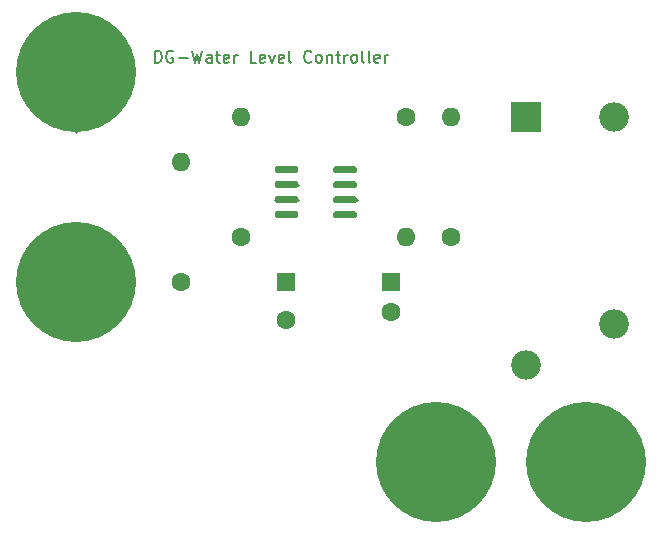
<source format=gtl>
%TF.GenerationSoftware,KiCad,Pcbnew,(5.1.9)-1*%
%TF.CreationDate,2021-03-21T23:44:43+05:30*%
%TF.ProjectId,Water Level Controller using 555,57617465-7220-44c6-9576-656c20436f6e,rev?*%
%TF.SameCoordinates,Original*%
%TF.FileFunction,Copper,L1,Top*%
%TF.FilePolarity,Positive*%
%FSLAX46Y46*%
G04 Gerber Fmt 4.6, Leading zero omitted, Abs format (unit mm)*
G04 Created by KiCad (PCBNEW (5.1.9)-1) date 2021-03-21 23:44:43*
%MOMM*%
%LPD*%
G01*
G04 APERTURE LIST*
%TA.AperFunction,NonConductor*%
%ADD10C,0.150000*%
%TD*%
%TA.AperFunction,ComponentPad*%
%ADD11R,2.500000X2.500000*%
%TD*%
%TA.AperFunction,ComponentPad*%
%ADD12O,2.500000X2.500000*%
%TD*%
%TA.AperFunction,ComponentPad*%
%ADD13R,1.600000X1.600000*%
%TD*%
%TA.AperFunction,ComponentPad*%
%ADD14C,1.600000*%
%TD*%
%TA.AperFunction,ComponentPad*%
%ADD15C,10.160000*%
%TD*%
%TA.AperFunction,ComponentPad*%
%ADD16O,1.600000X1.600000*%
%TD*%
%TA.AperFunction,Conductor*%
%ADD17C,0.250000*%
%TD*%
G04 APERTURE END LIST*
D10*
X124810476Y-60142380D02*
X124810476Y-59142380D01*
X125048571Y-59142380D01*
X125191428Y-59190000D01*
X125286666Y-59285238D01*
X125334285Y-59380476D01*
X125381904Y-59570952D01*
X125381904Y-59713809D01*
X125334285Y-59904285D01*
X125286666Y-59999523D01*
X125191428Y-60094761D01*
X125048571Y-60142380D01*
X124810476Y-60142380D01*
X126334285Y-59190000D02*
X126239047Y-59142380D01*
X126096190Y-59142380D01*
X125953333Y-59190000D01*
X125858095Y-59285238D01*
X125810476Y-59380476D01*
X125762857Y-59570952D01*
X125762857Y-59713809D01*
X125810476Y-59904285D01*
X125858095Y-59999523D01*
X125953333Y-60094761D01*
X126096190Y-60142380D01*
X126191428Y-60142380D01*
X126334285Y-60094761D01*
X126381904Y-60047142D01*
X126381904Y-59713809D01*
X126191428Y-59713809D01*
X126810476Y-59761428D02*
X127572380Y-59761428D01*
X127953333Y-59142380D02*
X128191428Y-60142380D01*
X128381904Y-59428095D01*
X128572380Y-60142380D01*
X128810476Y-59142380D01*
X129620000Y-60142380D02*
X129620000Y-59618571D01*
X129572380Y-59523333D01*
X129477142Y-59475714D01*
X129286666Y-59475714D01*
X129191428Y-59523333D01*
X129620000Y-60094761D02*
X129524761Y-60142380D01*
X129286666Y-60142380D01*
X129191428Y-60094761D01*
X129143809Y-59999523D01*
X129143809Y-59904285D01*
X129191428Y-59809047D01*
X129286666Y-59761428D01*
X129524761Y-59761428D01*
X129620000Y-59713809D01*
X129953333Y-59475714D02*
X130334285Y-59475714D01*
X130096190Y-59142380D02*
X130096190Y-59999523D01*
X130143809Y-60094761D01*
X130239047Y-60142380D01*
X130334285Y-60142380D01*
X131048571Y-60094761D02*
X130953333Y-60142380D01*
X130762857Y-60142380D01*
X130667619Y-60094761D01*
X130620000Y-59999523D01*
X130620000Y-59618571D01*
X130667619Y-59523333D01*
X130762857Y-59475714D01*
X130953333Y-59475714D01*
X131048571Y-59523333D01*
X131096190Y-59618571D01*
X131096190Y-59713809D01*
X130620000Y-59809047D01*
X131524761Y-60142380D02*
X131524761Y-59475714D01*
X131524761Y-59666190D02*
X131572380Y-59570952D01*
X131620000Y-59523333D01*
X131715238Y-59475714D01*
X131810476Y-59475714D01*
X133381904Y-60142380D02*
X132905714Y-60142380D01*
X132905714Y-59142380D01*
X134096190Y-60094761D02*
X134000952Y-60142380D01*
X133810476Y-60142380D01*
X133715238Y-60094761D01*
X133667619Y-59999523D01*
X133667619Y-59618571D01*
X133715238Y-59523333D01*
X133810476Y-59475714D01*
X134000952Y-59475714D01*
X134096190Y-59523333D01*
X134143809Y-59618571D01*
X134143809Y-59713809D01*
X133667619Y-59809047D01*
X134477142Y-59475714D02*
X134715238Y-60142380D01*
X134953333Y-59475714D01*
X135715238Y-60094761D02*
X135620000Y-60142380D01*
X135429523Y-60142380D01*
X135334285Y-60094761D01*
X135286666Y-59999523D01*
X135286666Y-59618571D01*
X135334285Y-59523333D01*
X135429523Y-59475714D01*
X135620000Y-59475714D01*
X135715238Y-59523333D01*
X135762857Y-59618571D01*
X135762857Y-59713809D01*
X135286666Y-59809047D01*
X136334285Y-60142380D02*
X136239047Y-60094761D01*
X136191428Y-59999523D01*
X136191428Y-59142380D01*
X138048571Y-60047142D02*
X138000952Y-60094761D01*
X137858095Y-60142380D01*
X137762857Y-60142380D01*
X137620000Y-60094761D01*
X137524761Y-59999523D01*
X137477142Y-59904285D01*
X137429523Y-59713809D01*
X137429523Y-59570952D01*
X137477142Y-59380476D01*
X137524761Y-59285238D01*
X137620000Y-59190000D01*
X137762857Y-59142380D01*
X137858095Y-59142380D01*
X138000952Y-59190000D01*
X138048571Y-59237619D01*
X138620000Y-60142380D02*
X138524761Y-60094761D01*
X138477142Y-60047142D01*
X138429523Y-59951904D01*
X138429523Y-59666190D01*
X138477142Y-59570952D01*
X138524761Y-59523333D01*
X138620000Y-59475714D01*
X138762857Y-59475714D01*
X138858095Y-59523333D01*
X138905714Y-59570952D01*
X138953333Y-59666190D01*
X138953333Y-59951904D01*
X138905714Y-60047142D01*
X138858095Y-60094761D01*
X138762857Y-60142380D01*
X138620000Y-60142380D01*
X139381904Y-59475714D02*
X139381904Y-60142380D01*
X139381904Y-59570952D02*
X139429523Y-59523333D01*
X139524761Y-59475714D01*
X139667619Y-59475714D01*
X139762857Y-59523333D01*
X139810476Y-59618571D01*
X139810476Y-60142380D01*
X140143809Y-59475714D02*
X140524761Y-59475714D01*
X140286666Y-59142380D02*
X140286666Y-59999523D01*
X140334285Y-60094761D01*
X140429523Y-60142380D01*
X140524761Y-60142380D01*
X140858095Y-60142380D02*
X140858095Y-59475714D01*
X140858095Y-59666190D02*
X140905714Y-59570952D01*
X140953333Y-59523333D01*
X141048571Y-59475714D01*
X141143809Y-59475714D01*
X141620000Y-60142380D02*
X141524761Y-60094761D01*
X141477142Y-60047142D01*
X141429523Y-59951904D01*
X141429523Y-59666190D01*
X141477142Y-59570952D01*
X141524761Y-59523333D01*
X141620000Y-59475714D01*
X141762857Y-59475714D01*
X141858095Y-59523333D01*
X141905714Y-59570952D01*
X141953333Y-59666190D01*
X141953333Y-59951904D01*
X141905714Y-60047142D01*
X141858095Y-60094761D01*
X141762857Y-60142380D01*
X141620000Y-60142380D01*
X142524761Y-60142380D02*
X142429523Y-60094761D01*
X142381904Y-59999523D01*
X142381904Y-59142380D01*
X143048571Y-60142380D02*
X142953333Y-60094761D01*
X142905714Y-59999523D01*
X142905714Y-59142380D01*
X143810476Y-60094761D02*
X143715238Y-60142380D01*
X143524761Y-60142380D01*
X143429523Y-60094761D01*
X143381904Y-59999523D01*
X143381904Y-59618571D01*
X143429523Y-59523333D01*
X143524761Y-59475714D01*
X143715238Y-59475714D01*
X143810476Y-59523333D01*
X143858095Y-59618571D01*
X143858095Y-59713809D01*
X143381904Y-59809047D01*
X144286666Y-60142380D02*
X144286666Y-59475714D01*
X144286666Y-59666190D02*
X144334285Y-59570952D01*
X144381904Y-59523333D01*
X144477142Y-59475714D01*
X144572380Y-59475714D01*
D11*
%TO.P,K1,1*%
%TO.N,GND*%
X156210000Y-64770000D03*
D12*
%TO.P,K1,3*%
%TO.N,Net-(J4-Pad1)*%
X156210000Y-85770000D03*
%TO.P,K1,5*%
%TO.N,Net-(J3-Pad1)*%
X163710000Y-82270000D03*
%TO.P,K1,6*%
%TO.N,Net-(BZ1-Pad1)*%
X163710000Y-64770000D03*
%TD*%
D13*
%TO.P,BZ1,1*%
%TO.N,Net-(BZ1-Pad1)*%
X135890000Y-78740000D03*
D14*
%TO.P,BZ1,2*%
%TO.N,GND*%
X135890000Y-81940000D03*
%TD*%
D13*
%TO.P,C1,1*%
%TO.N,Net-(C1-Pad1)*%
X144780000Y-78740000D03*
D14*
%TO.P,C1,2*%
%TO.N,GND*%
X144780000Y-81240000D03*
%TD*%
D15*
%TO.P,J1,1*%
%TO.N,+5V*%
X118110000Y-60960000D03*
%TD*%
%TO.P,J2,1*%
%TO.N,Net-(J2-Pad1)*%
X118110000Y-78740000D03*
%TD*%
D14*
%TO.P,R1,1*%
%TO.N,Net-(J2-Pad1)*%
X127000000Y-78740000D03*
D16*
%TO.P,R1,2*%
%TO.N,GND*%
X127000000Y-68580000D03*
%TD*%
%TO.P,R2,2*%
%TO.N,Net-(R2-Pad2)*%
X146050000Y-74930000D03*
D14*
%TO.P,R2,1*%
%TO.N,+5V*%
X146050000Y-64770000D03*
%TD*%
%TO.P,R3,1*%
%TO.N,Net-(C1-Pad1)*%
X149860000Y-74930000D03*
D16*
%TO.P,R3,2*%
%TO.N,Net-(R2-Pad2)*%
X149860000Y-64770000D03*
%TD*%
%TO.P,R4,2*%
%TO.N,GND*%
X132080000Y-64770000D03*
D14*
%TO.P,R4,1*%
%TO.N,Net-(BZ1-Pad1)*%
X132080000Y-74930000D03*
%TD*%
%TO.P,U1,1*%
%TO.N,GND*%
%TA.AperFunction,SMDPad,CuDef*%
G36*
G01*
X134980000Y-69365000D02*
X134980000Y-69065000D01*
G75*
G02*
X135130000Y-68915000I150000J0D01*
G01*
X136780000Y-68915000D01*
G75*
G02*
X136930000Y-69065000I0J-150000D01*
G01*
X136930000Y-69365000D01*
G75*
G02*
X136780000Y-69515000I-150000J0D01*
G01*
X135130000Y-69515000D01*
G75*
G02*
X134980000Y-69365000I0J150000D01*
G01*
G37*
%TD.AperFunction*%
%TO.P,U1,2*%
%TO.N,Net-(C1-Pad1)*%
%TA.AperFunction,SMDPad,CuDef*%
G36*
G01*
X134980000Y-70635000D02*
X134980000Y-70335000D01*
G75*
G02*
X135130000Y-70185000I150000J0D01*
G01*
X136780000Y-70185000D01*
G75*
G02*
X136930000Y-70335000I0J-150000D01*
G01*
X136930000Y-70635000D01*
G75*
G02*
X136780000Y-70785000I-150000J0D01*
G01*
X135130000Y-70785000D01*
G75*
G02*
X134980000Y-70635000I0J150000D01*
G01*
G37*
%TD.AperFunction*%
%TO.P,U1,3*%
%TO.N,Net-(BZ1-Pad1)*%
%TA.AperFunction,SMDPad,CuDef*%
G36*
G01*
X134980000Y-71905000D02*
X134980000Y-71605000D01*
G75*
G02*
X135130000Y-71455000I150000J0D01*
G01*
X136780000Y-71455000D01*
G75*
G02*
X136930000Y-71605000I0J-150000D01*
G01*
X136930000Y-71905000D01*
G75*
G02*
X136780000Y-72055000I-150000J0D01*
G01*
X135130000Y-72055000D01*
G75*
G02*
X134980000Y-71905000I0J150000D01*
G01*
G37*
%TD.AperFunction*%
%TO.P,U1,4*%
%TO.N,Net-(J2-Pad1)*%
%TA.AperFunction,SMDPad,CuDef*%
G36*
G01*
X134980000Y-73175000D02*
X134980000Y-72875000D01*
G75*
G02*
X135130000Y-72725000I150000J0D01*
G01*
X136780000Y-72725000D01*
G75*
G02*
X136930000Y-72875000I0J-150000D01*
G01*
X136930000Y-73175000D01*
G75*
G02*
X136780000Y-73325000I-150000J0D01*
G01*
X135130000Y-73325000D01*
G75*
G02*
X134980000Y-73175000I0J150000D01*
G01*
G37*
%TD.AperFunction*%
%TO.P,U1,5*%
%TO.N,Net-(U1-Pad5)*%
%TA.AperFunction,SMDPad,CuDef*%
G36*
G01*
X139930000Y-73175000D02*
X139930000Y-72875000D01*
G75*
G02*
X140080000Y-72725000I150000J0D01*
G01*
X141730000Y-72725000D01*
G75*
G02*
X141880000Y-72875000I0J-150000D01*
G01*
X141880000Y-73175000D01*
G75*
G02*
X141730000Y-73325000I-150000J0D01*
G01*
X140080000Y-73325000D01*
G75*
G02*
X139930000Y-73175000I0J150000D01*
G01*
G37*
%TD.AperFunction*%
%TO.P,U1,6*%
%TO.N,Net-(C1-Pad1)*%
%TA.AperFunction,SMDPad,CuDef*%
G36*
G01*
X139930000Y-71905000D02*
X139930000Y-71605000D01*
G75*
G02*
X140080000Y-71455000I150000J0D01*
G01*
X141730000Y-71455000D01*
G75*
G02*
X141880000Y-71605000I0J-150000D01*
G01*
X141880000Y-71905000D01*
G75*
G02*
X141730000Y-72055000I-150000J0D01*
G01*
X140080000Y-72055000D01*
G75*
G02*
X139930000Y-71905000I0J150000D01*
G01*
G37*
%TD.AperFunction*%
%TO.P,U1,7*%
%TO.N,Net-(R2-Pad2)*%
%TA.AperFunction,SMDPad,CuDef*%
G36*
G01*
X139930000Y-70635000D02*
X139930000Y-70335000D01*
G75*
G02*
X140080000Y-70185000I150000J0D01*
G01*
X141730000Y-70185000D01*
G75*
G02*
X141880000Y-70335000I0J-150000D01*
G01*
X141880000Y-70635000D01*
G75*
G02*
X141730000Y-70785000I-150000J0D01*
G01*
X140080000Y-70785000D01*
G75*
G02*
X139930000Y-70635000I0J150000D01*
G01*
G37*
%TD.AperFunction*%
%TO.P,U1,8*%
%TO.N,+5V*%
%TA.AperFunction,SMDPad,CuDef*%
G36*
G01*
X139930000Y-69365000D02*
X139930000Y-69065000D01*
G75*
G02*
X140080000Y-68915000I150000J0D01*
G01*
X141730000Y-68915000D01*
G75*
G02*
X141880000Y-69065000I0J-150000D01*
G01*
X141880000Y-69365000D01*
G75*
G02*
X141730000Y-69515000I-150000J0D01*
G01*
X140080000Y-69515000D01*
G75*
G02*
X139930000Y-69365000I0J150000D01*
G01*
G37*
%TD.AperFunction*%
%TD*%
D15*
%TO.P,J3,1*%
%TO.N,Net-(J3-Pad1)*%
X161290000Y-93980000D03*
%TD*%
%TO.P,J4,1*%
%TO.N,Net-(J4-Pad1)*%
X148590000Y-93980000D03*
%TD*%
D17*
%TO.N,Net-(BZ1-Pad1)*%
X135255000Y-71755000D02*
X135955000Y-71755000D01*
X136930000Y-71755000D02*
X135955000Y-71755000D01*
X134980000Y-71755000D02*
X135955000Y-71755000D01*
%TO.N,GND*%
X135890000Y-69150000D02*
X135955000Y-69215000D01*
%TO.N,Net-(C1-Pad1)*%
X140905000Y-71755000D02*
X141880000Y-71755000D01*
X135955000Y-70485000D02*
X136930000Y-70485000D01*
%TO.N,+5V*%
X118110000Y-66040000D02*
X118110000Y-63500000D01*
%TO.N,Net-(J2-Pad1)*%
X118110000Y-78740000D02*
X118110000Y-82550000D01*
%TO.N,Net-(R2-Pad2)*%
X140905000Y-70485000D02*
X141605000Y-70485000D01*
%TO.N,Net-(J3-Pad1)*%
X163710000Y-91560000D02*
X161290000Y-93980000D01*
%TO.N,Net-(J4-Pad1)*%
X148590000Y-93390000D02*
X148590000Y-93980000D01*
%TD*%
M02*

</source>
